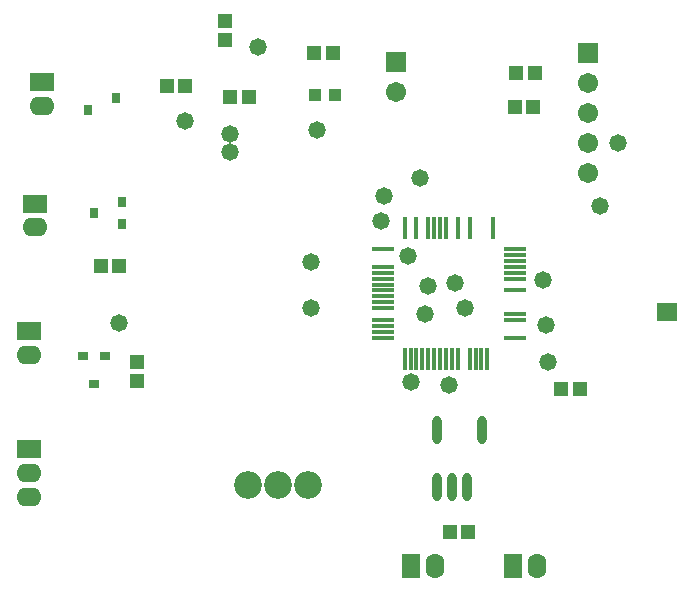
<source format=gts>
G04*
G04 #@! TF.GenerationSoftware,Altium Limited,Altium Designer,19.1.5 (86)*
G04*
G04 Layer_Color=8388736*
%FSLAX25Y25*%
%MOIN*%
G70*
G01*
G75*
%ADD26O,0.07487X0.01581*%
%ADD27O,0.01581X0.07487*%
%ADD28R,0.03241X0.03064*%
%ADD29R,0.04934X0.04737*%
%ADD30O,0.03162X0.09461*%
%ADD31R,0.06922X0.05918*%
%ADD32R,0.04737X0.04934*%
%ADD33R,0.03950X0.03950*%
%ADD34R,0.03064X0.03241*%
%ADD35O,0.06300X0.08300*%
%ADD36R,0.06300X0.08300*%
%ADD37R,0.06706X0.06706*%
%ADD38C,0.06706*%
%ADD39O,0.08300X0.06300*%
%ADD40R,0.08300X0.06300*%
%ADD41C,0.09265*%
%ADD42C,0.05800*%
D26*
X384650Y312764D02*
D03*
Y306858D02*
D03*
Y304890D02*
D03*
Y302921D02*
D03*
Y300953D02*
D03*
Y298984D02*
D03*
Y297016D02*
D03*
Y295047D02*
D03*
Y293079D02*
D03*
Y289142D02*
D03*
Y287173D02*
D03*
Y285205D02*
D03*
Y283236D02*
D03*
X428350D02*
D03*
Y289142D02*
D03*
Y291110D02*
D03*
Y298984D02*
D03*
Y302921D02*
D03*
Y304890D02*
D03*
Y306858D02*
D03*
Y308827D02*
D03*
Y310795D02*
D03*
Y312764D02*
D03*
D27*
X391736Y276150D02*
D03*
X395673D02*
D03*
X397642D02*
D03*
X399610D02*
D03*
X401579D02*
D03*
X403547D02*
D03*
X405516D02*
D03*
X407484D02*
D03*
X409453D02*
D03*
X413390D02*
D03*
X415358D02*
D03*
X417327D02*
D03*
X419295D02*
D03*
X421264Y319850D02*
D03*
X413390D02*
D03*
X409453D02*
D03*
X405516D02*
D03*
X403547D02*
D03*
X401579D02*
D03*
X399610D02*
D03*
X395673D02*
D03*
X391736D02*
D03*
X393705Y276150D02*
D03*
D28*
X292000Y277000D02*
D03*
X284520D02*
D03*
X288260Y267646D02*
D03*
D29*
X296650Y307000D02*
D03*
X290350D02*
D03*
X413000Y218500D02*
D03*
X406701D02*
D03*
X444000Y266000D02*
D03*
X450299D02*
D03*
X339799Y363500D02*
D03*
X333500D02*
D03*
X428350Y360000D02*
D03*
X434650D02*
D03*
X428850Y371500D02*
D03*
X435150D02*
D03*
X318650Y367000D02*
D03*
X312350D02*
D03*
X361500Y378000D02*
D03*
X367799D02*
D03*
D30*
X402500Y233551D02*
D03*
X407500D02*
D03*
X412500D02*
D03*
X402500Y252449D02*
D03*
X417500D02*
D03*
D31*
X479150Y291642D02*
D03*
D32*
X302500Y275000D02*
D03*
Y268701D02*
D03*
X332000Y388650D02*
D03*
Y382350D02*
D03*
D33*
X362004Y364000D02*
D03*
X368500D02*
D03*
D34*
X288146Y324760D02*
D03*
X297500Y328500D02*
D03*
Y321020D02*
D03*
X286146Y359260D02*
D03*
X295500Y363000D02*
D03*
D35*
X401874Y207000D02*
D03*
X435874D02*
D03*
D36*
X394000D02*
D03*
X428000D02*
D03*
D37*
X453000Y378000D02*
D03*
X389000Y375000D02*
D03*
D38*
X453000Y368000D02*
D03*
Y358000D02*
D03*
Y348000D02*
D03*
Y338000D02*
D03*
X389000Y365000D02*
D03*
D39*
X266500Y238126D02*
D03*
Y230252D02*
D03*
Y277626D02*
D03*
X268500Y320000D02*
D03*
X271000Y360500D02*
D03*
D40*
X266500Y246000D02*
D03*
Y285500D02*
D03*
X268500Y327874D02*
D03*
X271000Y368374D02*
D03*
D41*
X359500Y234000D02*
D03*
X349500D02*
D03*
X339500D02*
D03*
D42*
X397000Y336500D02*
D03*
X343000Y380000D02*
D03*
X385000Y330500D02*
D03*
X463000Y348000D02*
D03*
X406500Y267500D02*
D03*
X457000Y327000D02*
D03*
X439500Y275000D02*
D03*
X439000Y287500D02*
D03*
X438000Y302500D02*
D03*
X393705Y268500D02*
D03*
X412000Y293000D02*
D03*
X408500Y301500D02*
D03*
X398433Y291110D02*
D03*
X399500Y300500D02*
D03*
X393000Y310500D02*
D03*
X384000Y322000D02*
D03*
X360500Y293000D02*
D03*
Y308500D02*
D03*
X296650Y288000D02*
D03*
X362500Y352500D02*
D03*
X333500Y345000D02*
D03*
X318650Y355520D02*
D03*
X333500Y351000D02*
D03*
M02*

</source>
